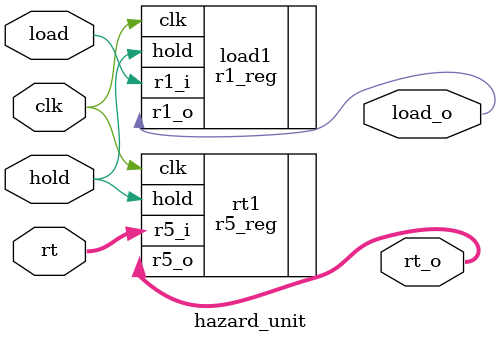
<source format=v>
module hazard_unit	
		( 
		  clk,load,rt,hold,
		  load_o,rt_o
		);


input clk;
wire clk;
input load;
wire load;
input [4:0] rt;
wire [4:0] rt;
output load_o;
wire load_o;
output [4:0] rt_o;
wire [4:0] rt_o;
input hold;
wire hold;





r1_reg load1 (.hold(hold),
		.clk(clk),
		.r1_i(load),
		.r1_o(load_o)
	    );

r5_reg rt1
            (.hold(hold),
                .clk(clk),
                .r5_i(rt),
                .r5_o(rt_o)
            );

		
	
	
endmodule
</source>
